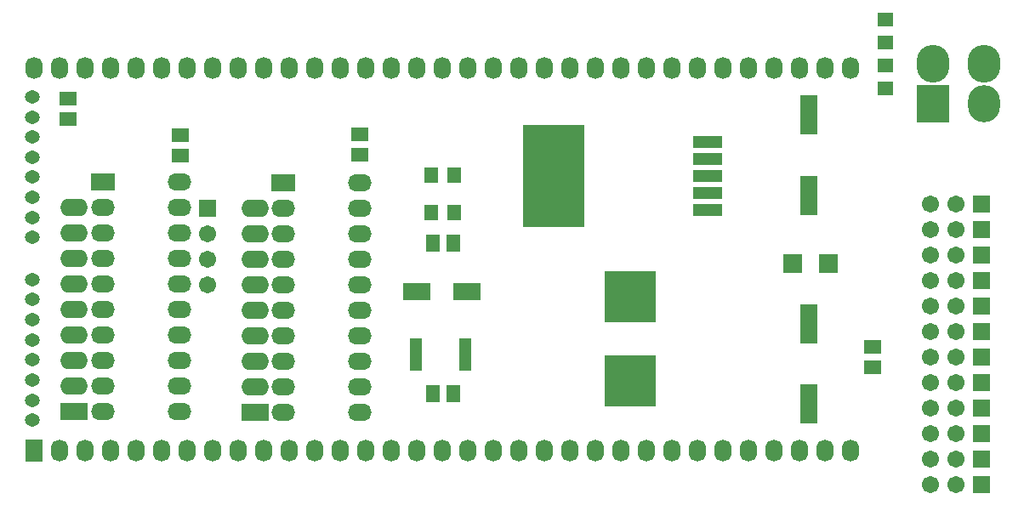
<source format=gts>
G04 Layer_Color=8388736*
%FSLAX44Y44*%
%MOMM*%
G71*
G01*
G75*
%ADD47R,1.9812X1.9812*%
%ADD48R,1.7032X3.9532*%
%ADD49R,1.4732X1.8034*%
%ADD50R,1.8034X1.4732*%
%ADD51R,2.7032X1.7032*%
%ADD52R,1.2032X3.2032*%
%ADD53R,2.9532X1.2732*%
%ADD54R,6.2032X10.2032*%
%ADD55R,1.6002X1.4732*%
%ADD56R,1.4732X1.6002*%
%ADD57C,1.7032*%
%ADD58R,1.7032X1.7032*%
%ADD59O,3.2032X3.7032*%
%ADD60R,3.2032X3.7032*%
%ADD61O,3.2512X3.7592*%
%ADD62R,1.7032X1.7032*%
%ADD63R,1.7032X2.2032*%
%ADD64O,1.7032X2.2032*%
%ADD65R,5.2032X5.2032*%
%ADD66R,2.3622X1.7272*%
%ADD67O,2.3622X1.7272*%
%ADD68O,2.7432X1.7272*%
%ADD69R,2.7432X1.7272*%
%ADD70O,1.5020X1.3020*%
D47*
X-152440Y220000D02*
D03*
X-188000D02*
D03*
D48*
X-172000Y160000D02*
D03*
Y80000D02*
D03*
Y288000D02*
D03*
Y368000D02*
D03*
D49*
X-546160Y90000D02*
D03*
X-525840D02*
D03*
X-525840Y240000D02*
D03*
X-546160D02*
D03*
D50*
X-619000Y348320D02*
D03*
Y328000D02*
D03*
X-797000Y348160D02*
D03*
Y327840D02*
D03*
X-108000Y137000D02*
D03*
Y116680D02*
D03*
X-909000Y384000D02*
D03*
Y363680D02*
D03*
D51*
X-512000Y192000D02*
D03*
X-562000D02*
D03*
D52*
X-514000Y129000D02*
D03*
X-563000D02*
D03*
D53*
X-272746Y273000D02*
D03*
Y290000D02*
D03*
Y307000D02*
D03*
Y324000D02*
D03*
Y341000D02*
D03*
D54*
X-425891Y307000D02*
D03*
D55*
X-95000Y394140D02*
D03*
Y417000D02*
D03*
Y462860D02*
D03*
Y440000D02*
D03*
D56*
X-524570Y308000D02*
D03*
X-547430D02*
D03*
Y271000D02*
D03*
X-524570D02*
D03*
D57*
X-770000Y199000D02*
D03*
Y224400D02*
D03*
Y249800D02*
D03*
X-25400Y279400D02*
D03*
X-50800D02*
D03*
X-25400Y254000D02*
D03*
X-50800D02*
D03*
X-25400Y228600D02*
D03*
X-50800D02*
D03*
X-25400Y203200D02*
D03*
X-50800D02*
D03*
X-25400Y177800D02*
D03*
X-50800D02*
D03*
X-25400Y152400D02*
D03*
X-50800D02*
D03*
X-25400Y127000D02*
D03*
X-50800D02*
D03*
X-25400Y101600D02*
D03*
X-50800D02*
D03*
X-25400Y76200D02*
D03*
X-50800D02*
D03*
X-25400Y50800D02*
D03*
X-50800D02*
D03*
X-25400Y25400D02*
D03*
X-50800D02*
D03*
X-25400Y0D02*
D03*
X-50800D02*
D03*
D58*
X-770000Y275200D02*
D03*
D59*
X2388Y379352D02*
D03*
D60*
X-48412D02*
D03*
D61*
X2400Y419000D02*
D03*
X-48400D02*
D03*
D62*
X0Y279400D02*
D03*
Y254000D02*
D03*
Y228600D02*
D03*
Y203200D02*
D03*
Y177800D02*
D03*
Y152400D02*
D03*
Y127000D02*
D03*
Y101600D02*
D03*
Y76200D02*
D03*
Y50800D02*
D03*
Y25400D02*
D03*
Y0D02*
D03*
D63*
X-943000Y34000D02*
D03*
D64*
X-917600D02*
D03*
X-892200D02*
D03*
X-866800D02*
D03*
X-841400D02*
D03*
X-816000D02*
D03*
X-790600D02*
D03*
X-765200D02*
D03*
X-739800D02*
D03*
X-714400D02*
D03*
X-689000D02*
D03*
X-663600D02*
D03*
X-638200D02*
D03*
X-612800D02*
D03*
X-587400D02*
D03*
X-562000D02*
D03*
X-536600D02*
D03*
X-511200D02*
D03*
X-485800D02*
D03*
X-460400D02*
D03*
X-435000D02*
D03*
X-409600D02*
D03*
X-384200D02*
D03*
X-358800D02*
D03*
X-333400D02*
D03*
X-308000D02*
D03*
X-282600D02*
D03*
X-257200D02*
D03*
X-231800D02*
D03*
X-206400D02*
D03*
X-181000D02*
D03*
X-155600D02*
D03*
X-130200D02*
D03*
Y415000D02*
D03*
X-155600D02*
D03*
X-181000D02*
D03*
X-206400D02*
D03*
X-231800D02*
D03*
X-257200D02*
D03*
X-282600D02*
D03*
X-308000D02*
D03*
X-333400D02*
D03*
X-358800D02*
D03*
X-384200D02*
D03*
X-409600D02*
D03*
X-435000D02*
D03*
X-460400D02*
D03*
X-485800D02*
D03*
X-511200D02*
D03*
X-536600D02*
D03*
X-562000D02*
D03*
X-587400D02*
D03*
X-612800D02*
D03*
X-638200D02*
D03*
X-663600D02*
D03*
X-689000D02*
D03*
X-714400D02*
D03*
X-739800D02*
D03*
X-765200D02*
D03*
X-790600D02*
D03*
X-816000D02*
D03*
X-841400D02*
D03*
X-866800D02*
D03*
X-892200D02*
D03*
X-917600D02*
D03*
X-943000D02*
D03*
D65*
X-349000Y186910D02*
D03*
Y103090D02*
D03*
D66*
X-874000Y301400D02*
D03*
X-695000Y300600D02*
D03*
D67*
X-874000Y276000D02*
D03*
Y250600D02*
D03*
Y225200D02*
D03*
Y199800D02*
D03*
Y174400D02*
D03*
Y149000D02*
D03*
Y123600D02*
D03*
Y98200D02*
D03*
Y72800D02*
D03*
X-797800Y301400D02*
D03*
Y276000D02*
D03*
Y250600D02*
D03*
Y225200D02*
D03*
Y199800D02*
D03*
Y174400D02*
D03*
Y149000D02*
D03*
Y123600D02*
D03*
Y98200D02*
D03*
Y72800D02*
D03*
X-695000Y275200D02*
D03*
Y249800D02*
D03*
Y224400D02*
D03*
Y199000D02*
D03*
Y173600D02*
D03*
Y148200D02*
D03*
Y122800D02*
D03*
Y97400D02*
D03*
Y72000D02*
D03*
X-618800Y300600D02*
D03*
Y275200D02*
D03*
Y249800D02*
D03*
Y224400D02*
D03*
Y199000D02*
D03*
Y173600D02*
D03*
Y148200D02*
D03*
Y122800D02*
D03*
Y97400D02*
D03*
Y72000D02*
D03*
D68*
X-903000Y225000D02*
D03*
Y174200D02*
D03*
Y98000D02*
D03*
Y123400D02*
D03*
Y148800D02*
D03*
Y199600D02*
D03*
Y250400D02*
D03*
Y275800D02*
D03*
X-723000Y224400D02*
D03*
Y173600D02*
D03*
Y97400D02*
D03*
Y122800D02*
D03*
Y148200D02*
D03*
Y199000D02*
D03*
Y249800D02*
D03*
Y275200D02*
D03*
D69*
X-903000Y72600D02*
D03*
X-723000Y72000D02*
D03*
D70*
X-945000Y246000D02*
D03*
Y266000D02*
D03*
Y286000D02*
D03*
Y306000D02*
D03*
Y326000D02*
D03*
Y346000D02*
D03*
Y366000D02*
D03*
Y386000D02*
D03*
Y64000D02*
D03*
Y84000D02*
D03*
Y104000D02*
D03*
Y124000D02*
D03*
Y144000D02*
D03*
Y164000D02*
D03*
Y184000D02*
D03*
Y204000D02*
D03*
M02*

</source>
